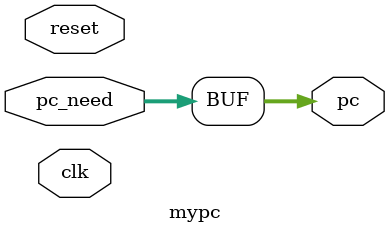
<source format=v>
`timescale 1ns / 1ps


module mypc(
input wire clk,
input wire reset,
input wire [31:0]pc_need,
output  wire [31:0]pc
    );
    
     assign pc = pc_need;

endmodule

</source>
